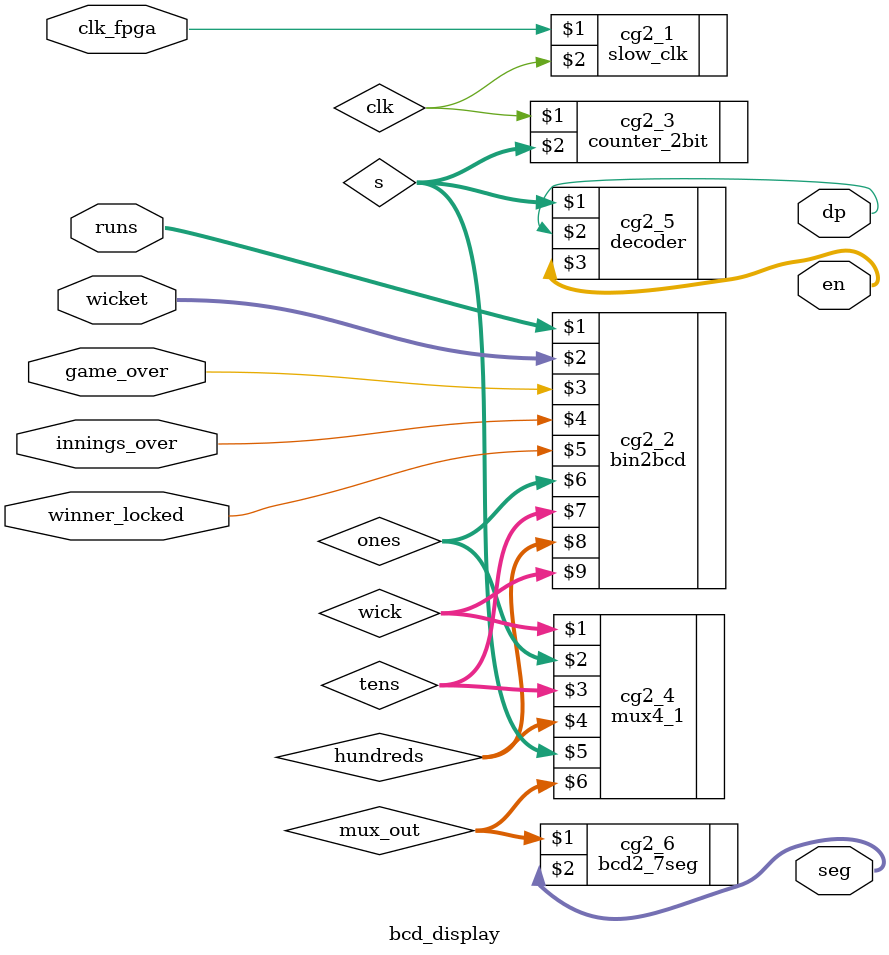
<source format=v>
`timescale 1ns / 1ps


module bcd_display(
    input [3:0] wicket,
    input [7:0] runs,
    input game_over,
    input innings_over,
    input winner_locked,
    input clk_fpga,
    output [6:0] seg,
    output dp,
    output [3:0] en
    );
    wire clk;
    wire [3:0] ones,tens,hundreds,wick,mux_out;
    wire [1:0] s;
    slow_clk cg2_1(clk_fpga,clk);
    
     bin2bcd cg2_2(runs,wicket,game_over,innings_over,winner_locked,ones,tens,hundreds,wick);
    
    counter_2bit cg2_3(clk,s);
    
    mux4_1 cg2_4(wick,ones,tens,hundreds,s,mux_out);
    
    decoder cg2_5(s,dp,en);
    
    bcd2_7seg cg2_6(mux_out,seg);
endmodule

</source>
